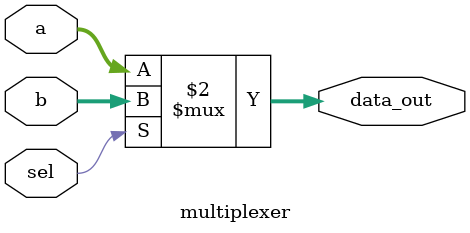
<source format=v>
`timescale 1ns / 1ps

module multiplexer(
    input [31:0] a,
    input [31:0] b,
    input sel,
    output [31:0] data_out
    );
    
    assign data_out = sel == 0 ? a : b;
    
endmodule

</source>
